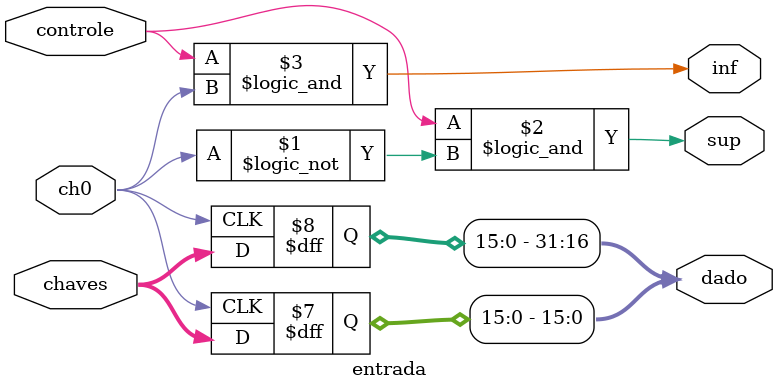
<source format=v>
module entrada (chaves, controle, dado, sup, inf, ch0);

input ch0; // chave que determina a fase em que se encontra a entrada de dados
input [15:0] chaves; // chaves que contém os 16 bits parciais de cada entrada
input controle; // sinal que determina se o processador está aguardando uma entrada de dados
output reg [31:0] dado; // vetor que armazena o dado recebido na entrada
output sup, inf; // leitura dos bits superiores ou inferiores

initial
begin
	dado = 32'd0; //inicia a leitura do valor 0
end

assign sup = (controle && !ch0);
assign inf = (controle && ch0);

always@(posedge ch0) //borda de subida do sinal de ch0 le os bits mais significativos
begin
	dado[31:16]=chaves;
end

always@(negedge ch0) //borda de descidaa do sinal de ch0 le os bits menos significativos
begin
	dado[15:0]=chaves;
end

endmodule

</source>
